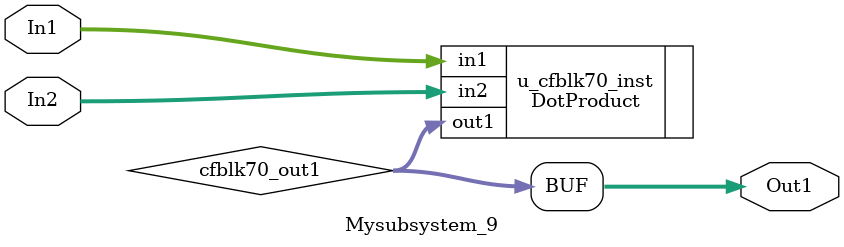
<source format=v>



`timescale 1 ns / 1 ns

module Mysubsystem_9
          (In1,
           In2,
           Out1);


  input   [7:0] In1;  // uint8
  input   [7:0] In2;  // uint8
  output  [15:0] Out1;  // uint16


  wire [15:0] cfblk70_out1;  // uint16


  DotProduct u_cfblk70_inst (.in1(In1),  // uint8
                             .in2(In2),  // uint8
                             .out1(cfblk70_out1)  // uint16
                             );

  assign Out1 = cfblk70_out1;

endmodule  // Mysubsystem_9


</source>
